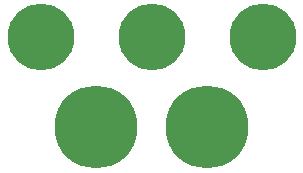
<source format=gts>
G04 start of page 2 for group 2 layer_idx 10 *
G04 Title: (unknown), top_mask *
G04 Creator: pcb-rnd 2.3.0 *
G04 CreationDate: 2021-04-09 19:11:39 UTC *
G04 For:  *
G04 Format: Gerber/RS-274X *
G04 PCB-Dimensions: 525000 770000 *
G04 PCB-Coordinate-Origin: lower left *
%MOIN*%
%FSLAX25Y25*%
%LNTOP_MASK_NONE_2*%
%ADD32C,0.2760*%
%ADD31C,0.2224*%
G54D31*X119500Y372000D03*
X156500D03*
X193500D03*
G54D32*X175000Y342000D03*
X138000D03*
M02*

</source>
